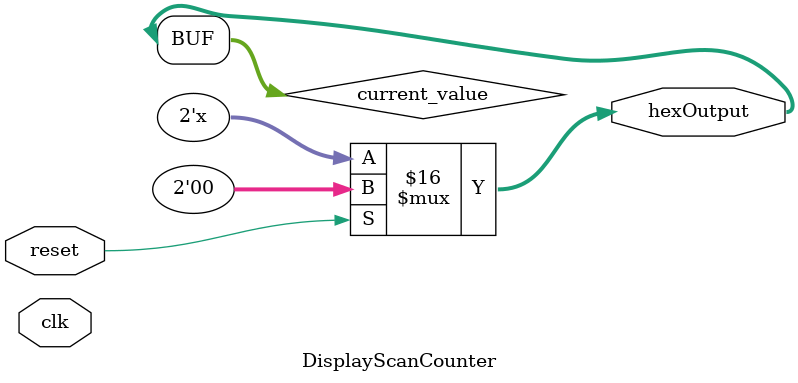
<source format=sv>
module DisplayScanCounter(input clk,
								  input reset,
								  output logic [1:0] hexOutput);
								  
	logic [1:0] current_value = 0;
	logic [18:0] clock_counter;
	
	assign hexOutput = current_value;
	parameter MAX_VALUE = 800000;
	always @(clk)
	begin
		
		if (reset)
		begin
			current_value = 0;
			clock_counter = 0;
		end
		
		if (clock_counter == MAX_VALUE )
		begin
			clock_counter = 0;
			current_value = current_value + 1;
		end
		else
			clock_counter = clock_counter + 1;
			
	end

endmodule


</source>
